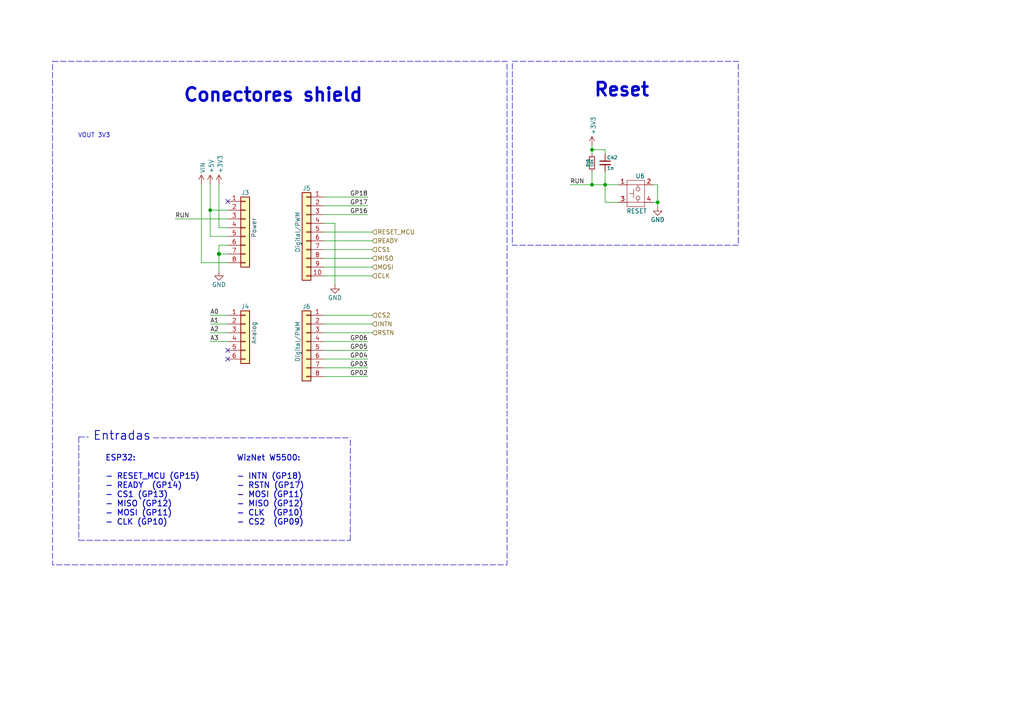
<source format=kicad_sch>
(kicad_sch
	(version 20231120)
	(generator "eeschema")
	(generator_version "8.0")
	(uuid "f31f260a-be74-46cc-bfc0-9a14c7ead343")
	(paper "A4")
	(lib_symbols
		(symbol "Connector_Generic:Conn_01x06"
			(pin_names
				(offset 1.016) hide)
			(exclude_from_sim no)
			(in_bom yes)
			(on_board yes)
			(property "Reference" "J"
				(at 0 7.62 0)
				(effects
					(font
						(size 1.27 1.27)
					)
				)
			)
			(property "Value" "Conn_01x06"
				(at 0 -10.16 0)
				(effects
					(font
						(size 1.27 1.27)
					)
				)
			)
			(property "Footprint" ""
				(at 0 0 0)
				(effects
					(font
						(size 1.27 1.27)
					)
					(hide yes)
				)
			)
			(property "Datasheet" "~"
				(at 0 0 0)
				(effects
					(font
						(size 1.27 1.27)
					)
					(hide yes)
				)
			)
			(property "Description" "Generic connector, single row, 01x06, script generated (kicad-library-utils/schlib/autogen/connector/)"
				(at 0 0 0)
				(effects
					(font
						(size 1.27 1.27)
					)
					(hide yes)
				)
			)
			(property "ki_keywords" "connector"
				(at 0 0 0)
				(effects
					(font
						(size 1.27 1.27)
					)
					(hide yes)
				)
			)
			(property "ki_fp_filters" "Connector*:*_1x??_*"
				(at 0 0 0)
				(effects
					(font
						(size 1.27 1.27)
					)
					(hide yes)
				)
			)
			(symbol "Conn_01x06_1_1"
				(rectangle
					(start -1.27 -7.493)
					(end 0 -7.747)
					(stroke
						(width 0.1524)
						(type default)
					)
					(fill
						(type none)
					)
				)
				(rectangle
					(start -1.27 -4.953)
					(end 0 -5.207)
					(stroke
						(width 0.1524)
						(type default)
					)
					(fill
						(type none)
					)
				)
				(rectangle
					(start -1.27 -2.413)
					(end 0 -2.667)
					(stroke
						(width 0.1524)
						(type default)
					)
					(fill
						(type none)
					)
				)
				(rectangle
					(start -1.27 0.127)
					(end 0 -0.127)
					(stroke
						(width 0.1524)
						(type default)
					)
					(fill
						(type none)
					)
				)
				(rectangle
					(start -1.27 2.667)
					(end 0 2.413)
					(stroke
						(width 0.1524)
						(type default)
					)
					(fill
						(type none)
					)
				)
				(rectangle
					(start -1.27 5.207)
					(end 0 4.953)
					(stroke
						(width 0.1524)
						(type default)
					)
					(fill
						(type none)
					)
				)
				(rectangle
					(start -1.27 6.35)
					(end 1.27 -8.89)
					(stroke
						(width 0.254)
						(type default)
					)
					(fill
						(type background)
					)
				)
				(pin passive line
					(at -5.08 5.08 0)
					(length 3.81)
					(name "Pin_1"
						(effects
							(font
								(size 1.27 1.27)
							)
						)
					)
					(number "1"
						(effects
							(font
								(size 1.27 1.27)
							)
						)
					)
				)
				(pin passive line
					(at -5.08 2.54 0)
					(length 3.81)
					(name "Pin_2"
						(effects
							(font
								(size 1.27 1.27)
							)
						)
					)
					(number "2"
						(effects
							(font
								(size 1.27 1.27)
							)
						)
					)
				)
				(pin passive line
					(at -5.08 0 0)
					(length 3.81)
					(name "Pin_3"
						(effects
							(font
								(size 1.27 1.27)
							)
						)
					)
					(number "3"
						(effects
							(font
								(size 1.27 1.27)
							)
						)
					)
				)
				(pin passive line
					(at -5.08 -2.54 0)
					(length 3.81)
					(name "Pin_4"
						(effects
							(font
								(size 1.27 1.27)
							)
						)
					)
					(number "4"
						(effects
							(font
								(size 1.27 1.27)
							)
						)
					)
				)
				(pin passive line
					(at -5.08 -5.08 0)
					(length 3.81)
					(name "Pin_5"
						(effects
							(font
								(size 1.27 1.27)
							)
						)
					)
					(number "5"
						(effects
							(font
								(size 1.27 1.27)
							)
						)
					)
				)
				(pin passive line
					(at -5.08 -7.62 0)
					(length 3.81)
					(name "Pin_6"
						(effects
							(font
								(size 1.27 1.27)
							)
						)
					)
					(number "6"
						(effects
							(font
								(size 1.27 1.27)
							)
						)
					)
				)
			)
		)
		(symbol "Connector_Generic:Conn_01x08"
			(pin_names
				(offset 1.016) hide)
			(exclude_from_sim no)
			(in_bom yes)
			(on_board yes)
			(property "Reference" "J"
				(at 0 10.16 0)
				(effects
					(font
						(size 1.27 1.27)
					)
				)
			)
			(property "Value" "Conn_01x08"
				(at 0 -12.7 0)
				(effects
					(font
						(size 1.27 1.27)
					)
				)
			)
			(property "Footprint" ""
				(at 0 0 0)
				(effects
					(font
						(size 1.27 1.27)
					)
					(hide yes)
				)
			)
			(property "Datasheet" "~"
				(at 0 0 0)
				(effects
					(font
						(size 1.27 1.27)
					)
					(hide yes)
				)
			)
			(property "Description" "Generic connector, single row, 01x08, script generated (kicad-library-utils/schlib/autogen/connector/)"
				(at 0 0 0)
				(effects
					(font
						(size 1.27 1.27)
					)
					(hide yes)
				)
			)
			(property "ki_keywords" "connector"
				(at 0 0 0)
				(effects
					(font
						(size 1.27 1.27)
					)
					(hide yes)
				)
			)
			(property "ki_fp_filters" "Connector*:*_1x??_*"
				(at 0 0 0)
				(effects
					(font
						(size 1.27 1.27)
					)
					(hide yes)
				)
			)
			(symbol "Conn_01x08_1_1"
				(rectangle
					(start -1.27 -10.033)
					(end 0 -10.287)
					(stroke
						(width 0.1524)
						(type default)
					)
					(fill
						(type none)
					)
				)
				(rectangle
					(start -1.27 -7.493)
					(end 0 -7.747)
					(stroke
						(width 0.1524)
						(type default)
					)
					(fill
						(type none)
					)
				)
				(rectangle
					(start -1.27 -4.953)
					(end 0 -5.207)
					(stroke
						(width 0.1524)
						(type default)
					)
					(fill
						(type none)
					)
				)
				(rectangle
					(start -1.27 -2.413)
					(end 0 -2.667)
					(stroke
						(width 0.1524)
						(type default)
					)
					(fill
						(type none)
					)
				)
				(rectangle
					(start -1.27 0.127)
					(end 0 -0.127)
					(stroke
						(width 0.1524)
						(type default)
					)
					(fill
						(type none)
					)
				)
				(rectangle
					(start -1.27 2.667)
					(end 0 2.413)
					(stroke
						(width 0.1524)
						(type default)
					)
					(fill
						(type none)
					)
				)
				(rectangle
					(start -1.27 5.207)
					(end 0 4.953)
					(stroke
						(width 0.1524)
						(type default)
					)
					(fill
						(type none)
					)
				)
				(rectangle
					(start -1.27 7.747)
					(end 0 7.493)
					(stroke
						(width 0.1524)
						(type default)
					)
					(fill
						(type none)
					)
				)
				(rectangle
					(start -1.27 8.89)
					(end 1.27 -11.43)
					(stroke
						(width 0.254)
						(type default)
					)
					(fill
						(type background)
					)
				)
				(pin passive line
					(at -5.08 7.62 0)
					(length 3.81)
					(name "Pin_1"
						(effects
							(font
								(size 1.27 1.27)
							)
						)
					)
					(number "1"
						(effects
							(font
								(size 1.27 1.27)
							)
						)
					)
				)
				(pin passive line
					(at -5.08 5.08 0)
					(length 3.81)
					(name "Pin_2"
						(effects
							(font
								(size 1.27 1.27)
							)
						)
					)
					(number "2"
						(effects
							(font
								(size 1.27 1.27)
							)
						)
					)
				)
				(pin passive line
					(at -5.08 2.54 0)
					(length 3.81)
					(name "Pin_3"
						(effects
							(font
								(size 1.27 1.27)
							)
						)
					)
					(number "3"
						(effects
							(font
								(size 1.27 1.27)
							)
						)
					)
				)
				(pin passive line
					(at -5.08 0 0)
					(length 3.81)
					(name "Pin_4"
						(effects
							(font
								(size 1.27 1.27)
							)
						)
					)
					(number "4"
						(effects
							(font
								(size 1.27 1.27)
							)
						)
					)
				)
				(pin passive line
					(at -5.08 -2.54 0)
					(length 3.81)
					(name "Pin_5"
						(effects
							(font
								(size 1.27 1.27)
							)
						)
					)
					(number "5"
						(effects
							(font
								(size 1.27 1.27)
							)
						)
					)
				)
				(pin passive line
					(at -5.08 -5.08 0)
					(length 3.81)
					(name "Pin_6"
						(effects
							(font
								(size 1.27 1.27)
							)
						)
					)
					(number "6"
						(effects
							(font
								(size 1.27 1.27)
							)
						)
					)
				)
				(pin passive line
					(at -5.08 -7.62 0)
					(length 3.81)
					(name "Pin_7"
						(effects
							(font
								(size 1.27 1.27)
							)
						)
					)
					(number "7"
						(effects
							(font
								(size 1.27 1.27)
							)
						)
					)
				)
				(pin passive line
					(at -5.08 -10.16 0)
					(length 3.81)
					(name "Pin_8"
						(effects
							(font
								(size 1.27 1.27)
							)
						)
					)
					(number "8"
						(effects
							(font
								(size 1.27 1.27)
							)
						)
					)
				)
			)
		)
		(symbol "Connector_Generic:Conn_01x10"
			(pin_names
				(offset 1.016) hide)
			(exclude_from_sim no)
			(in_bom yes)
			(on_board yes)
			(property "Reference" "J"
				(at 0 12.7 0)
				(effects
					(font
						(size 1.27 1.27)
					)
				)
			)
			(property "Value" "Conn_01x10"
				(at 0 -15.24 0)
				(effects
					(font
						(size 1.27 1.27)
					)
				)
			)
			(property "Footprint" ""
				(at 0 0 0)
				(effects
					(font
						(size 1.27 1.27)
					)
					(hide yes)
				)
			)
			(property "Datasheet" "~"
				(at 0 0 0)
				(effects
					(font
						(size 1.27 1.27)
					)
					(hide yes)
				)
			)
			(property "Description" "Generic connector, single row, 01x10, script generated (kicad-library-utils/schlib/autogen/connector/)"
				(at 0 0 0)
				(effects
					(font
						(size 1.27 1.27)
					)
					(hide yes)
				)
			)
			(property "ki_keywords" "connector"
				(at 0 0 0)
				(effects
					(font
						(size 1.27 1.27)
					)
					(hide yes)
				)
			)
			(property "ki_fp_filters" "Connector*:*_1x??_*"
				(at 0 0 0)
				(effects
					(font
						(size 1.27 1.27)
					)
					(hide yes)
				)
			)
			(symbol "Conn_01x10_1_1"
				(rectangle
					(start -1.27 -12.573)
					(end 0 -12.827)
					(stroke
						(width 0.1524)
						(type default)
					)
					(fill
						(type none)
					)
				)
				(rectangle
					(start -1.27 -10.033)
					(end 0 -10.287)
					(stroke
						(width 0.1524)
						(type default)
					)
					(fill
						(type none)
					)
				)
				(rectangle
					(start -1.27 -7.493)
					(end 0 -7.747)
					(stroke
						(width 0.1524)
						(type default)
					)
					(fill
						(type none)
					)
				)
				(rectangle
					(start -1.27 -4.953)
					(end 0 -5.207)
					(stroke
						(width 0.1524)
						(type default)
					)
					(fill
						(type none)
					)
				)
				(rectangle
					(start -1.27 -2.413)
					(end 0 -2.667)
					(stroke
						(width 0.1524)
						(type default)
					)
					(fill
						(type none)
					)
				)
				(rectangle
					(start -1.27 0.127)
					(end 0 -0.127)
					(stroke
						(width 0.1524)
						(type default)
					)
					(fill
						(type none)
					)
				)
				(rectangle
					(start -1.27 2.667)
					(end 0 2.413)
					(stroke
						(width 0.1524)
						(type default)
					)
					(fill
						(type none)
					)
				)
				(rectangle
					(start -1.27 5.207)
					(end 0 4.953)
					(stroke
						(width 0.1524)
						(type default)
					)
					(fill
						(type none)
					)
				)
				(rectangle
					(start -1.27 7.747)
					(end 0 7.493)
					(stroke
						(width 0.1524)
						(type default)
					)
					(fill
						(type none)
					)
				)
				(rectangle
					(start -1.27 10.287)
					(end 0 10.033)
					(stroke
						(width 0.1524)
						(type default)
					)
					(fill
						(type none)
					)
				)
				(rectangle
					(start -1.27 11.43)
					(end 1.27 -13.97)
					(stroke
						(width 0.254)
						(type default)
					)
					(fill
						(type background)
					)
				)
				(pin passive line
					(at -5.08 10.16 0)
					(length 3.81)
					(name "Pin_1"
						(effects
							(font
								(size 1.27 1.27)
							)
						)
					)
					(number "1"
						(effects
							(font
								(size 1.27 1.27)
							)
						)
					)
				)
				(pin passive line
					(at -5.08 -12.7 0)
					(length 3.81)
					(name "Pin_10"
						(effects
							(font
								(size 1.27 1.27)
							)
						)
					)
					(number "10"
						(effects
							(font
								(size 1.27 1.27)
							)
						)
					)
				)
				(pin passive line
					(at -5.08 7.62 0)
					(length 3.81)
					(name "Pin_2"
						(effects
							(font
								(size 1.27 1.27)
							)
						)
					)
					(number "2"
						(effects
							(font
								(size 1.27 1.27)
							)
						)
					)
				)
				(pin passive line
					(at -5.08 5.08 0)
					(length 3.81)
					(name "Pin_3"
						(effects
							(font
								(size 1.27 1.27)
							)
						)
					)
					(number "3"
						(effects
							(font
								(size 1.27 1.27)
							)
						)
					)
				)
				(pin passive line
					(at -5.08 2.54 0)
					(length 3.81)
					(name "Pin_4"
						(effects
							(font
								(size 1.27 1.27)
							)
						)
					)
					(number "4"
						(effects
							(font
								(size 1.27 1.27)
							)
						)
					)
				)
				(pin passive line
					(at -5.08 0 0)
					(length 3.81)
					(name "Pin_5"
						(effects
							(font
								(size 1.27 1.27)
							)
						)
					)
					(number "5"
						(effects
							(font
								(size 1.27 1.27)
							)
						)
					)
				)
				(pin passive line
					(at -5.08 -2.54 0)
					(length 3.81)
					(name "Pin_6"
						(effects
							(font
								(size 1.27 1.27)
							)
						)
					)
					(number "6"
						(effects
							(font
								(size 1.27 1.27)
							)
						)
					)
				)
				(pin passive line
					(at -5.08 -5.08 0)
					(length 3.81)
					(name "Pin_7"
						(effects
							(font
								(size 1.27 1.27)
							)
						)
					)
					(number "7"
						(effects
							(font
								(size 1.27 1.27)
							)
						)
					)
				)
				(pin passive line
					(at -5.08 -7.62 0)
					(length 3.81)
					(name "Pin_8"
						(effects
							(font
								(size 1.27 1.27)
							)
						)
					)
					(number "8"
						(effects
							(font
								(size 1.27 1.27)
							)
						)
					)
				)
				(pin passive line
					(at -5.08 -10.16 0)
					(length 3.81)
					(name "Pin_9"
						(effects
							(font
								(size 1.27 1.27)
							)
						)
					)
					(number "9"
						(effects
							(font
								(size 1.27 1.27)
							)
						)
					)
				)
			)
		)
		(symbol "Device:C_Small"
			(pin_numbers hide)
			(pin_names
				(offset 0.254) hide)
			(exclude_from_sim no)
			(in_bom yes)
			(on_board yes)
			(property "Reference" "C"
				(at 0.254 1.778 0)
				(effects
					(font
						(size 1.27 1.27)
					)
					(justify left)
				)
			)
			(property "Value" "C_Small"
				(at 0.254 -2.032 0)
				(effects
					(font
						(size 1.27 1.27)
					)
					(justify left)
				)
			)
			(property "Footprint" ""
				(at 0 0 0)
				(effects
					(font
						(size 1.27 1.27)
					)
					(hide yes)
				)
			)
			(property "Datasheet" "~"
				(at 0 0 0)
				(effects
					(font
						(size 1.27 1.27)
					)
					(hide yes)
				)
			)
			(property "Description" "Unpolarized capacitor, small symbol"
				(at 0 0 0)
				(effects
					(font
						(size 1.27 1.27)
					)
					(hide yes)
				)
			)
			(property "ki_keywords" "capacitor cap"
				(at 0 0 0)
				(effects
					(font
						(size 1.27 1.27)
					)
					(hide yes)
				)
			)
			(property "ki_fp_filters" "C_*"
				(at 0 0 0)
				(effects
					(font
						(size 1.27 1.27)
					)
					(hide yes)
				)
			)
			(symbol "C_Small_0_1"
				(polyline
					(pts
						(xy -1.524 -0.508) (xy 1.524 -0.508)
					)
					(stroke
						(width 0.3302)
						(type default)
					)
					(fill
						(type none)
					)
				)
				(polyline
					(pts
						(xy -1.524 0.508) (xy 1.524 0.508)
					)
					(stroke
						(width 0.3048)
						(type default)
					)
					(fill
						(type none)
					)
				)
			)
			(symbol "C_Small_1_1"
				(pin passive line
					(at 0 2.54 270)
					(length 2.032)
					(name "~"
						(effects
							(font
								(size 1.27 1.27)
							)
						)
					)
					(number "1"
						(effects
							(font
								(size 1.27 1.27)
							)
						)
					)
				)
				(pin passive line
					(at 0 -2.54 90)
					(length 2.032)
					(name "~"
						(effects
							(font
								(size 1.27 1.27)
							)
						)
					)
					(number "2"
						(effects
							(font
								(size 1.27 1.27)
							)
						)
					)
				)
			)
		)
		(symbol "Device:R_Small"
			(pin_numbers hide)
			(pin_names
				(offset 0.254) hide)
			(exclude_from_sim no)
			(in_bom yes)
			(on_board yes)
			(property "Reference" "R"
				(at 0.762 0.508 0)
				(effects
					(font
						(size 1.27 1.27)
					)
					(justify left)
				)
			)
			(property "Value" "R_Small"
				(at 0.762 -1.016 0)
				(effects
					(font
						(size 1.27 1.27)
					)
					(justify left)
				)
			)
			(property "Footprint" ""
				(at 0 0 0)
				(effects
					(font
						(size 1.27 1.27)
					)
					(hide yes)
				)
			)
			(property "Datasheet" "~"
				(at 0 0 0)
				(effects
					(font
						(size 1.27 1.27)
					)
					(hide yes)
				)
			)
			(property "Description" "Resistor, small symbol"
				(at 0 0 0)
				(effects
					(font
						(size 1.27 1.27)
					)
					(hide yes)
				)
			)
			(property "ki_keywords" "R resistor"
				(at 0 0 0)
				(effects
					(font
						(size 1.27 1.27)
					)
					(hide yes)
				)
			)
			(property "ki_fp_filters" "R_*"
				(at 0 0 0)
				(effects
					(font
						(size 1.27 1.27)
					)
					(hide yes)
				)
			)
			(symbol "R_Small_0_1"
				(rectangle
					(start -0.762 1.778)
					(end 0.762 -1.778)
					(stroke
						(width 0.2032)
						(type default)
					)
					(fill
						(type none)
					)
				)
			)
			(symbol "R_Small_1_1"
				(pin passive line
					(at 0 2.54 270)
					(length 0.762)
					(name "~"
						(effects
							(font
								(size 1.27 1.27)
							)
						)
					)
					(number "1"
						(effects
							(font
								(size 1.27 1.27)
							)
						)
					)
				)
				(pin passive line
					(at 0 -2.54 90)
					(length 0.762)
					(name "~"
						(effects
							(font
								(size 1.27 1.27)
							)
						)
					)
					(number "2"
						(effects
							(font
								(size 1.27 1.27)
							)
						)
					)
				)
			)
		)
		(symbol "Newsanlib:PTS645SM43SMTR92LFS"
			(pin_names
				(offset 0.254)
			)
			(exclude_from_sim no)
			(in_bom yes)
			(on_board yes)
			(property "Reference" "U"
				(at 5.08 5.08 0)
				(effects
					(font
						(size 1.27 1.27)
					)
				)
			)
			(property "Value" "PTS645SM43SMTR92LFS"
				(at 5.334 3.048 0)
				(effects
					(font
						(size 1.27 1.27)
					)
				)
			)
			(property "Footprint" "Newsanlib:SWITCH_43SMTR92LFS"
				(at 5.588 -2.286 0)
				(effects
					(font
						(size 1.27 1.27)
						(italic yes)
					)
					(hide yes)
				)
			)
			(property "Datasheet" "PTS645SM43SMTR92LFS"
				(at 5.08 -2.286 0)
				(effects
					(font
						(size 1.27 1.27)
						(italic yes)
					)
					(hide yes)
				)
			)
			(property "Description" ""
				(at 0 1.27 0)
				(effects
					(font
						(size 1.27 1.27)
					)
					(hide yes)
				)
			)
			(property "ki_keywords" "PTS645SM43SMTR92LFS"
				(at 0 0 0)
				(effects
					(font
						(size 1.27 1.27)
					)
					(hide yes)
				)
			)
			(property "ki_fp_filters" "SWITCH_43SMTR92LFS"
				(at 0 0 0)
				(effects
					(font
						(size 1.27 1.27)
					)
					(hide yes)
				)
			)
			(symbol "PTS645SM43SMTR92LFS_0_1"
				(polyline
					(pts
						(xy 2.54 -6.35) (xy 7.62 -6.35)
					)
					(stroke
						(width 0.127)
						(type default)
					)
					(fill
						(type none)
					)
				)
				(polyline
					(pts
						(xy 2.54 -5.08) (xy 7.62 -5.08)
					)
					(stroke
						(width 0.127)
						(type default)
					)
					(fill
						(type none)
					)
				)
				(polyline
					(pts
						(xy 2.54 0) (xy 7.62 0)
					)
					(stroke
						(width 0.127)
						(type default)
					)
					(fill
						(type none)
					)
				)
				(polyline
					(pts
						(xy 2.54 1.27) (xy 2.54 -6.35)
					)
					(stroke
						(width 0.127)
						(type default)
					)
					(fill
						(type none)
					)
				)
				(polyline
					(pts
						(xy 3.175 -2.54) (xy 4.445 -2.54)
					)
					(stroke
						(width 0.127)
						(type default)
					)
					(fill
						(type none)
					)
				)
				(polyline
					(pts
						(xy 4.445 -3.81) (xy 4.445 -1.27)
					)
					(stroke
						(width 0.127)
						(type default)
					)
					(fill
						(type none)
					)
				)
				(polyline
					(pts
						(xy 5.715 -5.08) (xy 5.715 -4.445)
					)
					(stroke
						(width 0.127)
						(type default)
					)
					(fill
						(type none)
					)
				)
				(polyline
					(pts
						(xy 5.715 0) (xy 5.715 -0.635)
					)
					(stroke
						(width 0.127)
						(type default)
					)
					(fill
						(type none)
					)
				)
				(polyline
					(pts
						(xy 7.62 -6.35) (xy 7.62 1.27)
					)
					(stroke
						(width 0.127)
						(type default)
					)
					(fill
						(type none)
					)
				)
				(polyline
					(pts
						(xy 7.62 1.27) (xy 2.54 1.27)
					)
					(stroke
						(width 0.127)
						(type default)
					)
					(fill
						(type none)
					)
				)
				(circle
					(center 5.715 -3.81)
					(radius 0.5588)
					(stroke
						(width 0.127)
						(type default)
					)
					(fill
						(type none)
					)
				)
				(circle
					(center 5.715 -1.27)
					(radius 0.5588)
					(stroke
						(width 0.127)
						(type default)
					)
					(fill
						(type none)
					)
				)
			)
			(symbol "PTS645SM43SMTR92LFS_1_1"
				(pin passive line
					(at 0 0 0)
					(length 2.54)
					(name ""
						(effects
							(font
								(size 1.27 1.27)
							)
						)
					)
					(number "1"
						(effects
							(font
								(size 1.27 1.27)
							)
						)
					)
				)
				(pin passive line
					(at 10.16 0 180)
					(length 2.54)
					(name ""
						(effects
							(font
								(size 1.27 1.27)
							)
						)
					)
					(number "2"
						(effects
							(font
								(size 1.27 1.27)
							)
						)
					)
				)
				(pin passive line
					(at 0 -5.08 0)
					(length 2.54)
					(name ""
						(effects
							(font
								(size 1.27 1.27)
							)
						)
					)
					(number "3"
						(effects
							(font
								(size 1.27 1.27)
							)
						)
					)
				)
				(pin passive line
					(at 10.16 -5.08 180)
					(length 2.54)
					(name ""
						(effects
							(font
								(size 1.27 1.27)
							)
						)
					)
					(number "4"
						(effects
							(font
								(size 1.27 1.27)
							)
						)
					)
				)
			)
		)
		(symbol "power:+3V3"
			(power)
			(pin_names
				(offset 0)
			)
			(exclude_from_sim no)
			(in_bom yes)
			(on_board yes)
			(property "Reference" "#PWR"
				(at 0 -3.81 0)
				(effects
					(font
						(size 1.27 1.27)
					)
					(hide yes)
				)
			)
			(property "Value" "+3V3"
				(at 0 3.556 0)
				(effects
					(font
						(size 1.27 1.27)
					)
				)
			)
			(property "Footprint" ""
				(at 0 0 0)
				(effects
					(font
						(size 1.27 1.27)
					)
					(hide yes)
				)
			)
			(property "Datasheet" ""
				(at 0 0 0)
				(effects
					(font
						(size 1.27 1.27)
					)
					(hide yes)
				)
			)
			(property "Description" "Power symbol creates a global label with name \"+3V3\""
				(at 0 0 0)
				(effects
					(font
						(size 1.27 1.27)
					)
					(hide yes)
				)
			)
			(property "ki_keywords" "power-flag"
				(at 0 0 0)
				(effects
					(font
						(size 1.27 1.27)
					)
					(hide yes)
				)
			)
			(symbol "+3V3_0_1"
				(polyline
					(pts
						(xy -0.762 1.27) (xy 0 2.54)
					)
					(stroke
						(width 0)
						(type default)
					)
					(fill
						(type none)
					)
				)
				(polyline
					(pts
						(xy 0 0) (xy 0 2.54)
					)
					(stroke
						(width 0)
						(type default)
					)
					(fill
						(type none)
					)
				)
				(polyline
					(pts
						(xy 0 2.54) (xy 0.762 1.27)
					)
					(stroke
						(width 0)
						(type default)
					)
					(fill
						(type none)
					)
				)
			)
			(symbol "+3V3_1_1"
				(pin power_in line
					(at 0 0 90)
					(length 0) hide
					(name "+3V3"
						(effects
							(font
								(size 1.27 1.27)
							)
						)
					)
					(number "1"
						(effects
							(font
								(size 1.27 1.27)
							)
						)
					)
				)
			)
		)
		(symbol "power:+5V"
			(power)
			(pin_names
				(offset 0)
			)
			(exclude_from_sim no)
			(in_bom yes)
			(on_board yes)
			(property "Reference" "#PWR"
				(at 0 -3.81 0)
				(effects
					(font
						(size 1.27 1.27)
					)
					(hide yes)
				)
			)
			(property "Value" "+5V"
				(at 0 3.556 0)
				(effects
					(font
						(size 1.27 1.27)
					)
				)
			)
			(property "Footprint" ""
				(at 0 0 0)
				(effects
					(font
						(size 1.27 1.27)
					)
					(hide yes)
				)
			)
			(property "Datasheet" ""
				(at 0 0 0)
				(effects
					(font
						(size 1.27 1.27)
					)
					(hide yes)
				)
			)
			(property "Description" "Power symbol creates a global label with name \"+5V\""
				(at 0 0 0)
				(effects
					(font
						(size 1.27 1.27)
					)
					(hide yes)
				)
			)
			(property "ki_keywords" "power-flag"
				(at 0 0 0)
				(effects
					(font
						(size 1.27 1.27)
					)
					(hide yes)
				)
			)
			(symbol "+5V_0_1"
				(polyline
					(pts
						(xy -0.762 1.27) (xy 0 2.54)
					)
					(stroke
						(width 0)
						(type default)
					)
					(fill
						(type none)
					)
				)
				(polyline
					(pts
						(xy 0 0) (xy 0 2.54)
					)
					(stroke
						(width 0)
						(type default)
					)
					(fill
						(type none)
					)
				)
				(polyline
					(pts
						(xy 0 2.54) (xy 0.762 1.27)
					)
					(stroke
						(width 0)
						(type default)
					)
					(fill
						(type none)
					)
				)
			)
			(symbol "+5V_1_1"
				(pin power_in line
					(at 0 0 90)
					(length 0) hide
					(name "+5V"
						(effects
							(font
								(size 1.27 1.27)
							)
						)
					)
					(number "1"
						(effects
							(font
								(size 1.27 1.27)
							)
						)
					)
				)
			)
		)
		(symbol "power:GND"
			(power)
			(pin_names
				(offset 0)
			)
			(exclude_from_sim no)
			(in_bom yes)
			(on_board yes)
			(property "Reference" "#PWR"
				(at 0 -6.35 0)
				(effects
					(font
						(size 1.27 1.27)
					)
					(hide yes)
				)
			)
			(property "Value" "GND"
				(at 0 -3.81 0)
				(effects
					(font
						(size 1.27 1.27)
					)
				)
			)
			(property "Footprint" ""
				(at 0 0 0)
				(effects
					(font
						(size 1.27 1.27)
					)
					(hide yes)
				)
			)
			(property "Datasheet" ""
				(at 0 0 0)
				(effects
					(font
						(size 1.27 1.27)
					)
					(hide yes)
				)
			)
			(property "Description" "Power symbol creates a global label with name \"GND\" , ground"
				(at 0 0 0)
				(effects
					(font
						(size 1.27 1.27)
					)
					(hide yes)
				)
			)
			(property "ki_keywords" "power-flag"
				(at 0 0 0)
				(effects
					(font
						(size 1.27 1.27)
					)
					(hide yes)
				)
			)
			(symbol "GND_0_1"
				(polyline
					(pts
						(xy 0 0) (xy 0 -1.27) (xy 1.27 -1.27) (xy 0 -2.54) (xy -1.27 -1.27) (xy 0 -1.27)
					)
					(stroke
						(width 0)
						(type default)
					)
					(fill
						(type none)
					)
				)
			)
			(symbol "GND_1_1"
				(pin power_in line
					(at 0 0 270)
					(length 0) hide
					(name "GND"
						(effects
							(font
								(size 1.27 1.27)
							)
						)
					)
					(number "1"
						(effects
							(font
								(size 1.27 1.27)
							)
						)
					)
				)
			)
		)
		(symbol "power:VCC"
			(power)
			(pin_names
				(offset 0)
			)
			(exclude_from_sim no)
			(in_bom yes)
			(on_board yes)
			(property "Reference" "#PWR"
				(at 0 -3.81 0)
				(effects
					(font
						(size 1.27 1.27)
					)
					(hide yes)
				)
			)
			(property "Value" "VCC"
				(at 0 3.81 0)
				(effects
					(font
						(size 1.27 1.27)
					)
				)
			)
			(property "Footprint" ""
				(at 0 0 0)
				(effects
					(font
						(size 1.27 1.27)
					)
					(hide yes)
				)
			)
			(property "Datasheet" ""
				(at 0 0 0)
				(effects
					(font
						(size 1.27 1.27)
					)
					(hide yes)
				)
			)
			(property "Description" "Power symbol creates a global label with name \"VCC\""
				(at 0 0 0)
				(effects
					(font
						(size 1.27 1.27)
					)
					(hide yes)
				)
			)
			(property "ki_keywords" "power-flag"
				(at 0 0 0)
				(effects
					(font
						(size 1.27 1.27)
					)
					(hide yes)
				)
			)
			(symbol "VCC_0_1"
				(polyline
					(pts
						(xy -0.762 1.27) (xy 0 2.54)
					)
					(stroke
						(width 0)
						(type default)
					)
					(fill
						(type none)
					)
				)
				(polyline
					(pts
						(xy 0 0) (xy 0 2.54)
					)
					(stroke
						(width 0)
						(type default)
					)
					(fill
						(type none)
					)
				)
				(polyline
					(pts
						(xy 0 2.54) (xy 0.762 1.27)
					)
					(stroke
						(width 0)
						(type default)
					)
					(fill
						(type none)
					)
				)
			)
			(symbol "VCC_1_1"
				(pin power_in line
					(at 0 0 90)
					(length 0) hide
					(name "VCC"
						(effects
							(font
								(size 1.27 1.27)
							)
						)
					)
					(number "1"
						(effects
							(font
								(size 1.27 1.27)
							)
						)
					)
				)
			)
		)
	)
	(junction
		(at 171.704 53.594)
		(diameter 0)
		(color 0 0 0 0)
		(uuid "4385e2ba-9ee1-4352-92a5-0ac98880884f")
	)
	(junction
		(at 175.514 53.594)
		(diameter 0)
		(color 0 0 0 0)
		(uuid "4642b896-a4f8-4243-8805-27d9776f73e7")
	)
	(junction
		(at 63.5 73.66)
		(diameter 1.016)
		(color 0 0 0 0)
		(uuid "4b51c007-cca6-4c64-8317-a48d81410612")
	)
	(junction
		(at 171.704 43.434)
		(diameter 0)
		(color 0 0 0 0)
		(uuid "4eead338-2736-4484-956e-375a3ee0c601")
	)
	(junction
		(at 60.96 60.96)
		(diameter 0)
		(color 0 0 0 0)
		(uuid "6e3d3063-896e-401b-b6ce-b27d6d307df1")
	)
	(junction
		(at 190.754 58.674)
		(diameter 0)
		(color 0 0 0 0)
		(uuid "abb37147-840c-46c5-ad35-996dc3c999e7")
	)
	(no_connect
		(at 66.04 104.14)
		(uuid "47d77f5f-5260-4b86-a7a4-a6eb0f2c9ad5")
	)
	(no_connect
		(at 66.04 101.6)
		(uuid "54d9eeed-55e7-42d6-8389-b221fea06092")
	)
	(no_connect
		(at 66.04 58.42)
		(uuid "88ebb736-7013-4c65-9688-2bebbcdcca4b")
	)
	(wire
		(pts
			(xy 93.98 99.06) (xy 106.68 99.06)
		)
		(stroke
			(width 0)
			(type solid)
		)
		(uuid "01037680-cefa-4bca-b517-135037635e33")
	)
	(wire
		(pts
			(xy 66.04 71.12) (xy 63.5 71.12)
		)
		(stroke
			(width 0)
			(type solid)
		)
		(uuid "103db91b-db44-4f53-99ef-0246b7e499c5")
	)
	(wire
		(pts
			(xy 93.98 93.98) (xy 107.95 93.98)
		)
		(stroke
			(width 0)
			(type solid)
		)
		(uuid "1af79fb0-01b7-4093-b711-429af6513803")
	)
	(wire
		(pts
			(xy 60.96 93.98) (xy 66.04 93.98)
		)
		(stroke
			(width 0)
			(type solid)
		)
		(uuid "20fe7afd-8cd4-4255-9c7c-d9d113130496")
	)
	(wire
		(pts
			(xy 60.96 91.44) (xy 66.04 91.44)
		)
		(stroke
			(width 0)
			(type solid)
		)
		(uuid "2605c62c-17e7-4c78-9246-549cbbbc5be0")
	)
	(wire
		(pts
			(xy 175.514 44.704) (xy 175.514 43.434)
		)
		(stroke
			(width 0)
			(type default)
		)
		(uuid "2a545351-521c-4e7d-9099-1249527038cf")
	)
	(wire
		(pts
			(xy 63.5 71.12) (xy 63.5 73.66)
		)
		(stroke
			(width 0)
			(type solid)
		)
		(uuid "2b812245-21fa-4a03-9ce7-a5aec3637fed")
	)
	(wire
		(pts
			(xy 165.354 53.594) (xy 171.704 53.594)
		)
		(stroke
			(width 0)
			(type default)
		)
		(uuid "32f371f9-6dbf-4e78-a912-3fcccd9c8163")
	)
	(wire
		(pts
			(xy 93.98 62.23) (xy 106.68 62.23)
		)
		(stroke
			(width 0)
			(type solid)
		)
		(uuid "3deb8422-fb5d-459c-9d3e-e940d16ba084")
	)
	(wire
		(pts
			(xy 175.514 58.674) (xy 175.514 53.594)
		)
		(stroke
			(width 0)
			(type default)
		)
		(uuid "403e18ba-6238-489a-bec2-7323d9a18119")
	)
	(wire
		(pts
			(xy 63.5 73.66) (xy 63.5 78.74)
		)
		(stroke
			(width 0)
			(type solid)
		)
		(uuid "42b48bc0-2462-4976-b027-18f93d58e9e3")
	)
	(polyline
		(pts
			(xy 22.86 126.746) (xy 25.654 126.746)
		)
		(stroke
			(width 0.1524)
			(type dash)
		)
		(uuid "44d2a4bf-9342-4b10-8e32-cf8089a45e83")
	)
	(polyline
		(pts
			(xy 22.86 156.718) (xy 101.6 156.718)
		)
		(stroke
			(width 0.1524)
			(type dash)
		)
		(uuid "4634abbb-0c0d-4a9c-a1aa-aa3c33e3e379")
	)
	(wire
		(pts
			(xy 93.98 109.22) (xy 106.68 109.22)
		)
		(stroke
			(width 0)
			(type solid)
		)
		(uuid "46d010c1-8d50-494e-8fa1-963c4b80119e")
	)
	(wire
		(pts
			(xy 93.98 67.31) (xy 107.95 67.31)
		)
		(stroke
			(width 0)
			(type solid)
		)
		(uuid "4ad46b23-dff7-4f0e-a9cb-bded3866dea3")
	)
	(wire
		(pts
			(xy 60.96 53.34) (xy 60.96 60.96)
		)
		(stroke
			(width 0)
			(type solid)
		)
		(uuid "4b8814e9-cd13-4219-80b2-e5f5207510f2")
	)
	(wire
		(pts
			(xy 171.704 43.434) (xy 171.704 44.704)
		)
		(stroke
			(width 0)
			(type default)
		)
		(uuid "4cf88cc4-43db-4bda-a87c-a8408d6e9bf6")
	)
	(wire
		(pts
			(xy 93.98 57.15) (xy 106.68 57.15)
		)
		(stroke
			(width 0)
			(type solid)
		)
		(uuid "4e586051-c8c6-44bf-90da-b7cd59fa0a42")
	)
	(wire
		(pts
			(xy 179.324 53.594) (xy 175.514 53.594)
		)
		(stroke
			(width 0)
			(type default)
		)
		(uuid "52003226-9b5b-4ff1-a111-3799e897eb27")
	)
	(wire
		(pts
			(xy 93.98 59.69) (xy 106.68 59.69)
		)
		(stroke
			(width 0)
			(type solid)
		)
		(uuid "62408af9-85d4-4538-9f0a-d8a4fc8f88cf")
	)
	(polyline
		(pts
			(xy 22.86 126.746) (xy 22.86 156.718)
		)
		(stroke
			(width 0.1524)
			(type dash)
		)
		(uuid "681583fe-9e18-4d0a-aa6c-7cb2b492919c")
	)
	(wire
		(pts
			(xy 171.704 53.594) (xy 175.514 53.594)
		)
		(stroke
			(width 0)
			(type default)
		)
		(uuid "6af3ef6a-a0e2-454c-af86-1f07545e34dc")
	)
	(polyline
		(pts
			(xy 44.45 127) (xy 101.6 127)
		)
		(stroke
			(width 0.1524)
			(type dash)
		)
		(uuid "6ddf7948-8d67-41bc-af0c-0f5499ba3ec7")
	)
	(wire
		(pts
			(xy 97.155 64.77) (xy 97.155 82.55)
		)
		(stroke
			(width 0)
			(type solid)
		)
		(uuid "6dfcd203-7b0c-4b4e-8a28-fcf1e2832bfb")
	)
	(wire
		(pts
			(xy 93.98 91.44) (xy 107.95 91.44)
		)
		(stroke
			(width 0)
			(type solid)
		)
		(uuid "7632fc87-d429-49d7-9f96-589f56fb2418")
	)
	(wire
		(pts
			(xy 66.04 73.66) (xy 63.5 73.66)
		)
		(stroke
			(width 0)
			(type solid)
		)
		(uuid "77a50faf-a980-4a08-9906-fb556c4cc283")
	)
	(wire
		(pts
			(xy 93.98 74.93) (xy 107.95 74.93)
		)
		(stroke
			(width 0)
			(type solid)
		)
		(uuid "7b4a1c3b-ca48-41c0-8a55-ba6c1ad9c707")
	)
	(wire
		(pts
			(xy 93.98 96.52) (xy 107.95 96.52)
		)
		(stroke
			(width 0)
			(type solid)
		)
		(uuid "7eb00a01-1cd1-4741-9b2b-19de4f95c319")
	)
	(wire
		(pts
			(xy 93.98 80.01) (xy 107.95 80.01)
		)
		(stroke
			(width 0)
			(type solid)
		)
		(uuid "82f6d7ad-b395-4695-a291-8750f8367f60")
	)
	(wire
		(pts
			(xy 60.96 68.58) (xy 66.04 68.58)
		)
		(stroke
			(width 0)
			(type solid)
		)
		(uuid "833655d0-a0cd-4bb8-8c7d-f120b37a7789")
	)
	(wire
		(pts
			(xy 60.96 60.96) (xy 66.04 60.96)
		)
		(stroke
			(width 0)
			(type default)
		)
		(uuid "84483213-1061-4496-9fc7-1180f5fc69c6")
	)
	(wire
		(pts
			(xy 190.754 53.594) (xy 190.754 58.674)
		)
		(stroke
			(width 0)
			(type default)
		)
		(uuid "88ca40bf-7c48-4e1a-86c2-bf1e2e22e194")
	)
	(wire
		(pts
			(xy 93.98 77.47) (xy 107.95 77.47)
		)
		(stroke
			(width 0)
			(type solid)
		)
		(uuid "8b04c751-25ea-40aa-b604-0395060b8235")
	)
	(wire
		(pts
			(xy 63.5 66.04) (xy 66.04 66.04)
		)
		(stroke
			(width 0)
			(type solid)
		)
		(uuid "8c8b979a-2504-4f8a-aa6d-4dc6ddcd75c0")
	)
	(wire
		(pts
			(xy 93.98 64.77) (xy 97.155 64.77)
		)
		(stroke
			(width 0)
			(type solid)
		)
		(uuid "8f6eed6b-cb1d-4d05-9d8d-fc99471b1444")
	)
	(wire
		(pts
			(xy 93.98 72.39) (xy 107.95 72.39)
		)
		(stroke
			(width 0)
			(type solid)
		)
		(uuid "94c69aac-4165-4293-b7e6-571e4eb3534f")
	)
	(wire
		(pts
			(xy 93.98 104.14) (xy 106.68 104.14)
		)
		(stroke
			(width 0)
			(type solid)
		)
		(uuid "992d2da7-a62b-4d5a-8aa3-0c0792151798")
	)
	(wire
		(pts
			(xy 175.514 43.434) (xy 171.704 43.434)
		)
		(stroke
			(width 0)
			(type default)
		)
		(uuid "9985467d-65e0-4266-b4d0-93bcb369625d")
	)
	(wire
		(pts
			(xy 66.04 76.2) (xy 58.42 76.2)
		)
		(stroke
			(width 0)
			(type solid)
		)
		(uuid "9b0e28f8-52dd-403f-b929-ecb0f045252e")
	)
	(wire
		(pts
			(xy 60.96 60.96) (xy 60.96 68.58)
		)
		(stroke
			(width 0)
			(type solid)
		)
		(uuid "a83ed8b1-40e8-4658-8fd7-d140eca2d22f")
	)
	(wire
		(pts
			(xy 63.5 53.34) (xy 63.5 66.04)
		)
		(stroke
			(width 0)
			(type solid)
		)
		(uuid "b6279c9f-02a8-4b80-bc89-12389f0ee404")
	)
	(wire
		(pts
			(xy 58.42 53.34) (xy 58.42 76.2)
		)
		(stroke
			(width 0)
			(type solid)
		)
		(uuid "b7e2b720-526b-4e01-916e-0ad573d4befb")
	)
	(wire
		(pts
			(xy 189.484 53.594) (xy 190.754 53.594)
		)
		(stroke
			(width 0)
			(type default)
		)
		(uuid "bdde2d2a-c5bb-4b94-ad43-cecf4aac17f3")
	)
	(wire
		(pts
			(xy 66.04 96.52) (xy 60.96 96.52)
		)
		(stroke
			(width 0)
			(type solid)
		)
		(uuid "c0f0363d-a641-43a4-a3af-8f490bf2ed02")
	)
	(polyline
		(pts
			(xy 101.6 156.718) (xy 101.6 127)
		)
		(stroke
			(width 0.1524)
			(type dash)
		)
		(uuid "c11a2e5d-03ea-4015-a91f-9f233e523014")
	)
	(wire
		(pts
			(xy 93.98 101.6) (xy 106.68 101.6)
		)
		(stroke
			(width 0)
			(type solid)
		)
		(uuid "c394cbba-e7a2-4b47-b454-b0b3e81808f9")
	)
	(wire
		(pts
			(xy 190.754 58.674) (xy 190.754 59.944)
		)
		(stroke
			(width 0)
			(type default)
		)
		(uuid "d25f0476-2585-40fa-8de2-bb4be916fa4a")
	)
	(wire
		(pts
			(xy 171.704 49.784) (xy 171.704 53.594)
		)
		(stroke
			(width 0)
			(type default)
		)
		(uuid "d2b8aeef-3b61-4489-b17b-15bd668716cc")
	)
	(wire
		(pts
			(xy 60.96 99.06) (xy 66.04 99.06)
		)
		(stroke
			(width 0)
			(type solid)
		)
		(uuid "da417a37-4a8b-45ef-9dbb-d13baf9fa0e0")
	)
	(wire
		(pts
			(xy 179.324 58.674) (xy 175.514 58.674)
		)
		(stroke
			(width 0)
			(type default)
		)
		(uuid "de58d4d2-a664-48f7-a983-3f01e070e010")
	)
	(wire
		(pts
			(xy 93.98 106.68) (xy 106.68 106.68)
		)
		(stroke
			(width 0)
			(type solid)
		)
		(uuid "dfd42c86-6e89-462c-a61b-45d23b871cf9")
	)
	(wire
		(pts
			(xy 171.704 42.164) (xy 171.704 43.434)
		)
		(stroke
			(width 0)
			(type default)
		)
		(uuid "e327d720-6893-4a06-8e90-20c45ef324be")
	)
	(wire
		(pts
			(xy 189.484 58.674) (xy 190.754 58.674)
		)
		(stroke
			(width 0)
			(type default)
		)
		(uuid "e420e960-5614-45bb-90e3-d066618efa08")
	)
	(wire
		(pts
			(xy 50.8 63.5) (xy 66.04 63.5)
		)
		(stroke
			(width 0)
			(type solid)
		)
		(uuid "e7e1b6eb-ad63-4c45-8d19-a674a287bac9")
	)
	(wire
		(pts
			(xy 93.98 69.85) (xy 107.95 69.85)
		)
		(stroke
			(width 0)
			(type solid)
		)
		(uuid "e936985f-eebf-4614-8d0f-045219bcd57d")
	)
	(wire
		(pts
			(xy 175.514 53.594) (xy 175.514 49.784)
		)
		(stroke
			(width 0)
			(type default)
		)
		(uuid "f53db9de-1ba9-4664-9650-5e5b1d6b1647")
	)
	(rectangle
		(start 15.24 17.78)
		(end 147.066 163.83)
		(stroke
			(width 0)
			(type dash)
		)
		(fill
			(type none)
		)
		(uuid 0330a024-3e3e-4c16-9a23-5f9a33d667f1)
	)
	(rectangle
		(start 148.59 17.78)
		(end 214.122 71.12)
		(stroke
			(width 0)
			(type dash)
		)
		(fill
			(type none)
		)
		(uuid 7e7e3001-3599-4f20-b570-91bd5af8f1b0)
	)
	(text "WizNet W5500:\n\n- INTN (GP18)\n- RSTN (GP17)\n- MOSI (GP11)\n- MISO (GP12)\n- CLK  (GP10)\n- CS2  (GP09)"
		(exclude_from_sim no)
		(at 68.58 142.24 0)
		(effects
			(font
				(size 1.651 1.651)
				(thickness 0.254)
				(bold yes)
			)
			(justify left)
		)
		(uuid "20ff8d99-164b-47b4-9f0a-76e5cf413908")
	)
	(text "Reset"
		(exclude_from_sim no)
		(at 180.34 26.162 0)
		(effects
			(font
				(size 3.81 3.81)
				(thickness 0.762)
				(bold yes)
			)
		)
		(uuid "57930c7a-9c6d-4bc4-b0c0-543b66957bff")
	)
	(text "ESP32:\n\n- RESET_MCU (GP15) \n- READY  (GP14)\n- CS1 (GP13)\n- MISO (GP12)\n- MOSI (GP11)\n- CLK (GP10)"
		(exclude_from_sim no)
		(at 30.48 142.24 0)
		(effects
			(font
				(size 1.651 1.651)
				(thickness 0.254)
				(bold yes)
			)
			(justify left)
		)
		(uuid "7c5d3578-4944-4f3d-ba63-c17a3c26dcb5")
	)
	(text "Entradas"
		(exclude_from_sim no)
		(at 26.924 126.492 0)
		(effects
			(font
				(size 2.54 2.54)
				(thickness 0.254)
				(bold yes)
			)
			(justify left)
		)
		(uuid "b4bb74e1-0992-491f-b95b-c3f9c74e9404")
	)
	(text "Conectores shield"
		(exclude_from_sim no)
		(at 79.248 27.686 0)
		(effects
			(font
				(size 3.81 3.81)
				(thickness 0.762)
				(bold yes)
			)
		)
		(uuid "c2d17ff2-8449-48e4-81e8-e0d4077967a4")
	)
	(text "VOUT 3V3"
		(exclude_from_sim no)
		(at 27.305 39.37 0)
		(effects
			(font
				(size 1.27 1.27)
			)
		)
		(uuid "e542707b-e2af-4321-a34a-72c64ddd3280")
	)
	(label "GP16"
		(at 106.68 62.23 180)
		(fields_autoplaced yes)
		(effects
			(font
				(size 1.27 1.27)
			)
			(justify right bottom)
		)
		(uuid "0762fd8b-aaa8-4853-a40d-032679dec937")
	)
	(label "GP02"
		(at 106.68 109.22 180)
		(fields_autoplaced yes)
		(effects
			(font
				(size 1.27 1.27)
			)
			(justify right bottom)
		)
		(uuid "1a5d8242-21d2-4df0-985d-6c235218d709")
	)
	(label "RUN"
		(at 50.8 63.5 0)
		(fields_autoplaced yes)
		(effects
			(font
				(size 1.27 1.27)
			)
			(justify left bottom)
		)
		(uuid "28210aba-b3d7-4985-bffb-3a377fec4053")
	)
	(label "GP06"
		(at 106.68 99.06 180)
		(fields_autoplaced yes)
		(effects
			(font
				(size 1.27 1.27)
			)
			(justify right bottom)
		)
		(uuid "322ffc25-d230-4236-ba2f-31476d7d642c")
	)
	(label "RUN"
		(at 165.354 53.594 0)
		(fields_autoplaced yes)
		(effects
			(font
				(size 1.27 1.27)
			)
			(justify left bottom)
		)
		(uuid "3787b422-59f6-4d02-85bc-bc443f6ef81b")
	)
	(label "GP18"
		(at 106.68 57.15 180)
		(fields_autoplaced yes)
		(effects
			(font
				(size 1.27 1.27)
			)
			(justify right bottom)
		)
		(uuid "4fa12d5e-b596-4ace-af7a-d85ace66f684")
	)
	(label "GP05"
		(at 106.68 101.6 180)
		(fields_autoplaced yes)
		(effects
			(font
				(size 1.27 1.27)
			)
			(justify right bottom)
		)
		(uuid "656a0cbc-4666-4b27-bd2a-2d50227290ba")
	)
	(label "A0"
		(at 60.96 91.44 0)
		(fields_autoplaced yes)
		(effects
			(font
				(size 1.27 1.27)
			)
			(justify left bottom)
		)
		(uuid "76b5fa30-e34e-4708-9ba4-26e279537a97")
	)
	(label "A2"
		(at 60.96 96.52 0)
		(fields_autoplaced yes)
		(effects
			(font
				(size 1.27 1.27)
			)
			(justify left bottom)
		)
		(uuid "a99ddf63-ce91-4b9a-8d8a-6af6237ba4b7")
	)
	(label "A3"
		(at 60.96 99.06 0)
		(fields_autoplaced yes)
		(effects
			(font
				(size 1.27 1.27)
			)
			(justify left bottom)
		)
		(uuid "db8db150-7fcb-4872-a2ab-1f9558f7b8a0")
	)
	(label "A1"
		(at 60.96 93.98 0)
		(fields_autoplaced yes)
		(effects
			(font
				(size 1.27 1.27)
			)
			(justify left bottom)
		)
		(uuid "e29f656c-8ef8-474e-be24-d89533009848")
	)
	(label "GP17"
		(at 106.68 59.69 180)
		(fields_autoplaced yes)
		(effects
			(font
				(size 1.27 1.27)
			)
			(justify right bottom)
		)
		(uuid "e684f394-d49a-4265-ac7e-2824104c256b")
	)
	(label "GP03"
		(at 106.68 106.68 180)
		(fields_autoplaced yes)
		(effects
			(font
				(size 1.27 1.27)
			)
			(justify right bottom)
		)
		(uuid "f8139d41-c504-4e2d-ad2f-a0546c266178")
	)
	(label "GP04"
		(at 106.68 104.14 180)
		(fields_autoplaced yes)
		(effects
			(font
				(size 1.27 1.27)
			)
			(justify right bottom)
		)
		(uuid "ff71b714-aaec-4bc9-ad4d-5579de2f9a97")
	)
	(hierarchical_label "CS2"
		(shape input)
		(at 107.95 91.44 0)
		(fields_autoplaced yes)
		(effects
			(font
				(size 1.27 1.27)
			)
			(justify left)
		)
		(uuid "1de9db32-c524-4b1b-bebd-548b790ef190")
	)
	(hierarchical_label "CS1"
		(shape input)
		(at 107.95 72.39 0)
		(fields_autoplaced yes)
		(effects
			(font
				(size 1.27 1.27)
			)
			(justify left)
		)
		(uuid "7b334436-ba6f-403f-ac1d-f76e127d1c16")
	)
	(hierarchical_label "RESET_MCU"
		(shape input)
		(at 107.95 67.31 0)
		(fields_autoplaced yes)
		(effects
			(font
				(size 1.27 1.27)
			)
			(justify left)
		)
		(uuid "825ee214-e9be-457d-b59a-ad40d109fd07")
	)
	(hierarchical_label "INTN"
		(shape input)
		(at 107.95 93.98 0)
		(fields_autoplaced yes)
		(effects
			(font
				(size 1.27 1.27)
			)
			(justify left)
		)
		(uuid "a8c301dc-1e9f-4691-a1a3-464a34fe08a3")
	)
	(hierarchical_label "READY"
		(shape input)
		(at 107.95 69.85 0)
		(fields_autoplaced yes)
		(effects
			(font
				(size 1.27 1.27)
			)
			(justify left)
		)
		(uuid "bbce8dfc-20f3-4d22-9ab9-c32df1ce0577")
	)
	(hierarchical_label "MISO"
		(shape input)
		(at 107.95 74.93 0)
		(fields_autoplaced yes)
		(effects
			(font
				(size 1.27 1.27)
			)
			(justify left)
		)
		(uuid "c9f381e0-fe16-4a44-824f-ff3d7fe84cbb")
	)
	(hierarchical_label "MOSI"
		(shape input)
		(at 107.95 77.47 0)
		(fields_autoplaced yes)
		(effects
			(font
				(size 1.27 1.27)
			)
			(justify left)
		)
		(uuid "f3bbc62d-2117-4117-9a01-05a20012df3e")
	)
	(hierarchical_label "RSTN"
		(shape input)
		(at 107.95 96.52 0)
		(fields_autoplaced yes)
		(effects
			(font
				(size 1.27 1.27)
			)
			(justify left)
		)
		(uuid "f419e00c-92fb-4e4f-be87-12708a7065c6")
	)
	(hierarchical_label "CLK"
		(shape input)
		(at 107.95 80.01 0)
		(fields_autoplaced yes)
		(effects
			(font
				(size 1.27 1.27)
			)
			(justify left)
		)
		(uuid "f61e193a-df3f-415a-90b9-7ed342955d2e")
	)
	(symbol
		(lib_id "power:GND")
		(at 63.5 78.74 0)
		(unit 1)
		(exclude_from_sim no)
		(in_bom yes)
		(on_board yes)
		(dnp no)
		(uuid "18ca8d70-7071-4024-a120-c491593702be")
		(property "Reference" "#PWR054"
			(at 63.5 85.09 0)
			(effects
				(font
					(size 1.27 1.27)
				)
				(hide yes)
			)
		)
		(property "Value" "GND"
			(at 63.5 82.55 0)
			(effects
				(font
					(size 1.27 1.27)
				)
			)
		)
		(property "Footprint" ""
			(at 63.5 78.74 0)
			(effects
				(font
					(size 1.27 1.27)
				)
			)
		)
		(property "Datasheet" ""
			(at 63.5 78.74 0)
			(effects
				(font
					(size 1.27 1.27)
				)
			)
		)
		(property "Description" ""
			(at 63.5 78.74 0)
			(effects
				(font
					(size 1.27 1.27)
				)
				(hide yes)
			)
		)
		(pin "1"
			(uuid "ed370f63-b209-434e-a787-cd78fd47aff1")
		)
		(instances
			(project "A-NET"
				(path "/35cd6522-dedd-4747-926a-ebf273b4ab66/ea869af3-c719-4069-98d4-3aadadb82bc8"
					(reference "#PWR054")
					(unit 1)
				)
			)
		)
	)
	(symbol
		(lib_id "power:GND")
		(at 190.754 59.944 0)
		(unit 1)
		(exclude_from_sim no)
		(in_bom yes)
		(on_board yes)
		(dnp no)
		(uuid "3b9c2e4c-f0c7-4e5d-a013-dc12cdd5531c")
		(property "Reference" "#PWR057"
			(at 190.754 66.294 0)
			(effects
				(font
					(size 1.27 1.27)
				)
				(hide yes)
			)
		)
		(property "Value" "GND"
			(at 190.754 63.754 0)
			(effects
				(font
					(size 1.27 1.27)
				)
			)
		)
		(property "Footprint" ""
			(at 190.754 59.944 0)
			(effects
				(font
					(size 1.27 1.27)
				)
			)
		)
		(property "Datasheet" ""
			(at 190.754 59.944 0)
			(effects
				(font
					(size 1.27 1.27)
				)
			)
		)
		(property "Description" ""
			(at 190.754 59.944 0)
			(effects
				(font
					(size 1.27 1.27)
				)
				(hide yes)
			)
		)
		(pin "1"
			(uuid "8eaa1b5c-3343-49a3-a5bb-848f3bbf601a")
		)
		(instances
			(project "A-NET"
				(path "/35cd6522-dedd-4747-926a-ebf273b4ab66/ea869af3-c719-4069-98d4-3aadadb82bc8"
					(reference "#PWR057")
					(unit 1)
				)
			)
		)
	)
	(symbol
		(lib_id "Connector_Generic:Conn_01x08")
		(at 71.12 66.04 0)
		(unit 1)
		(exclude_from_sim no)
		(in_bom yes)
		(on_board yes)
		(dnp no)
		(uuid "5949dd62-aae7-4838-94aa-2fb3f32787d4")
		(property "Reference" "J3"
			(at 71.12 55.88 0)
			(effects
				(font
					(size 1.27 1.27)
				)
			)
		)
		(property "Value" "Power"
			(at 73.66 66.04 90)
			(effects
				(font
					(size 1.27 1.27)
				)
			)
		)
		(property "Footprint" "Connector_PinHeader_2.54mm:PinHeader_1x08_P2.54mm_Vertical"
			(at 71.12 66.04 0)
			(effects
				(font
					(size 1.27 1.27)
				)
				(hide yes)
			)
		)
		(property "Datasheet" ""
			(at 71.12 66.04 0)
			(effects
				(font
					(size 1.27 1.27)
				)
			)
		)
		(property "Description" ""
			(at 71.12 66.04 0)
			(effects
				(font
					(size 1.27 1.27)
				)
				(hide yes)
			)
		)
		(pin "1"
			(uuid "c04c1a14-e5ea-4125-a3a6-dbe2fa4e0230")
		)
		(pin "2"
			(uuid "ed5de94f-7f31-472f-8272-c43ad9b882ea")
		)
		(pin "3"
			(uuid "a347d089-2e7a-4f0f-839d-f7df8f5a838f")
		)
		(pin "4"
			(uuid "c2ab6f70-561b-4b6b-b09a-08b36e59293e")
		)
		(pin "5"
			(uuid "9a6194d0-df94-497d-b82c-da512b44c44c")
		)
		(pin "6"
			(uuid "c05fb2b6-8a4c-468a-ba7a-d51e42ea47ed")
		)
		(pin "7"
			(uuid "03f381c5-4546-49d4-a2cc-e32b57c5408f")
		)
		(pin "8"
			(uuid "0df0901b-8261-48dc-b95e-5209d2709c40")
		)
		(instances
			(project "A-NET"
				(path "/35cd6522-dedd-4747-926a-ebf273b4ab66/ea869af3-c719-4069-98d4-3aadadb82bc8"
					(reference "J3")
					(unit 1)
				)
			)
		)
	)
	(symbol
		(lib_id "power:+3V3")
		(at 63.5 53.34 0)
		(unit 1)
		(exclude_from_sim no)
		(in_bom yes)
		(on_board yes)
		(dnp no)
		(uuid "686c878d-9c8e-447d-854b-3a3c33bf3330")
		(property "Reference" "#PWR053"
			(at 63.5 57.15 0)
			(effects
				(font
					(size 1.27 1.27)
				)
				(hide yes)
			)
		)
		(property "Value" "+3V3"
			(at 63.881 50.292 90)
			(effects
				(font
					(size 1.27 1.27)
				)
				(justify left)
			)
		)
		(property "Footprint" ""
			(at 63.5 53.34 0)
			(effects
				(font
					(size 1.27 1.27)
				)
			)
		)
		(property "Datasheet" ""
			(at 63.5 53.34 0)
			(effects
				(font
					(size 1.27 1.27)
				)
			)
		)
		(property "Description" ""
			(at 63.5 53.34 0)
			(effects
				(font
					(size 1.27 1.27)
				)
				(hide yes)
			)
		)
		(pin "1"
			(uuid "48281463-5f13-4f00-a478-422fb71e8b70")
		)
		(instances
			(project "A-NET"
				(path "/35cd6522-dedd-4747-926a-ebf273b4ab66/ea869af3-c719-4069-98d4-3aadadb82bc8"
					(reference "#PWR053")
					(unit 1)
				)
			)
		)
	)
	(symbol
		(lib_id "power:+3V3")
		(at 171.704 42.164 0)
		(unit 1)
		(exclude_from_sim no)
		(in_bom yes)
		(on_board yes)
		(dnp no)
		(uuid "83798005-2d67-49a1-b2e0-91958a0fe899")
		(property "Reference" "#PWR056"
			(at 171.704 45.974 0)
			(effects
				(font
					(size 1.27 1.27)
				)
				(hide yes)
			)
		)
		(property "Value" "+3V3"
			(at 172.085 39.116 90)
			(effects
				(font
					(size 1.27 1.27)
				)
				(justify left)
			)
		)
		(property "Footprint" ""
			(at 171.704 42.164 0)
			(effects
				(font
					(size 1.27 1.27)
				)
			)
		)
		(property "Datasheet" ""
			(at 171.704 42.164 0)
			(effects
				(font
					(size 1.27 1.27)
				)
			)
		)
		(property "Description" ""
			(at 171.704 42.164 0)
			(effects
				(font
					(size 1.27 1.27)
				)
				(hide yes)
			)
		)
		(pin "1"
			(uuid "3a47f1d2-cc42-40f6-b57b-a194c739ed38")
		)
		(instances
			(project "A-NET"
				(path "/35cd6522-dedd-4747-926a-ebf273b4ab66/ea869af3-c719-4069-98d4-3aadadb82bc8"
					(reference "#PWR056")
					(unit 1)
				)
			)
		)
	)
	(symbol
		(lib_id "Device:C_Small")
		(at 175.514 47.244 0)
		(unit 1)
		(exclude_from_sim no)
		(in_bom yes)
		(on_board yes)
		(dnp no)
		(uuid "93ff94cc-b8d5-46e1-a2d2-2796a8722c00")
		(property "Reference" "C42"
			(at 176.022 45.72 0)
			(effects
				(font
					(size 1.016 1.016)
				)
				(justify left)
			)
		)
		(property "Value" "1n"
			(at 176.022 48.768 0)
			(effects
				(font
					(size 1.016 1.016)
				)
				(justify left)
			)
		)
		(property "Footprint" "Capacitor_SMD:C_0603_1608Metric_Pad1.08x0.95mm_HandSolder"
			(at 175.514 47.244 0)
			(effects
				(font
					(size 1.27 1.27)
				)
				(hide yes)
			)
		)
		(property "Datasheet" "https://search.murata.co.jp/Ceramy/image/img/A01X/G101/ENG/GRM1885C1H102JA01-01.pdf"
			(at 175.514 47.244 0)
			(effects
				(font
					(size 1.27 1.27)
				)
				(hide yes)
			)
		)
		(property "Description" "Unpolarized capacitor, small symbol"
			(at 175.514 47.244 0)
			(effects
				(font
					(size 1.27 1.27)
				)
				(hide yes)
			)
		)
		(property "PartNumber" "GRM1885C1H102JA01D"
			(at 175.514 47.244 0)
			(effects
				(font
					(size 1.27 1.27)
				)
				(hide yes)
			)
		)
		(property "PurchaseLink" "https://www.digikey.com/en/products/detail/murata-electronics/GRM1885C1H102JA01D/586943"
			(at 175.514 47.244 0)
			(effects
				(font
					(size 1.27 1.27)
				)
				(hide yes)
			)
		)
		(pin "1"
			(uuid "de50301a-43a2-4eb6-84c3-8d3fe5752ef0")
		)
		(pin "2"
			(uuid "1b65b781-dcca-477c-b5a7-c975bb8306a6")
		)
		(instances
			(project "A-NET"
				(path "/35cd6522-dedd-4747-926a-ebf273b4ab66/ea869af3-c719-4069-98d4-3aadadb82bc8"
					(reference "C42")
					(unit 1)
				)
			)
		)
	)
	(symbol
		(lib_id "power:GND")
		(at 97.155 82.55 0)
		(unit 1)
		(exclude_from_sim no)
		(in_bom yes)
		(on_board yes)
		(dnp no)
		(uuid "9809345f-54c4-4ff9-b4a7-053e6154bb83")
		(property "Reference" "#PWR055"
			(at 97.155 88.9 0)
			(effects
				(font
					(size 1.27 1.27)
				)
				(hide yes)
			)
		)
		(property "Value" "GND"
			(at 97.155 86.36 0)
			(effects
				(font
					(size 1.27 1.27)
				)
			)
		)
		(property "Footprint" ""
			(at 97.155 82.55 0)
			(effects
				(font
					(size 1.27 1.27)
				)
			)
		)
		(property "Datasheet" ""
			(at 97.155 82.55 0)
			(effects
				(font
					(size 1.27 1.27)
				)
			)
		)
		(property "Description" ""
			(at 97.155 82.55 0)
			(effects
				(font
					(size 1.27 1.27)
				)
				(hide yes)
			)
		)
		(pin "1"
			(uuid "c5595830-03e9-483f-a2d6-3e98172d18e2")
		)
		(instances
			(project "A-NET"
				(path "/35cd6522-dedd-4747-926a-ebf273b4ab66/ea869af3-c719-4069-98d4-3aadadb82bc8"
					(reference "#PWR055")
					(unit 1)
				)
			)
		)
	)
	(symbol
		(lib_id "Connector_Generic:Conn_01x10")
		(at 88.9 67.31 0)
		(mirror y)
		(unit 1)
		(exclude_from_sim no)
		(in_bom yes)
		(on_board yes)
		(dnp no)
		(uuid "9946a8db-c185-4327-8dba-a3539f3778a5")
		(property "Reference" "J5"
			(at 88.9 54.61 0)
			(effects
				(font
					(size 1.27 1.27)
				)
			)
		)
		(property "Value" "Digital/PWM"
			(at 86.36 67.31 90)
			(effects
				(font
					(size 1.27 1.27)
				)
			)
		)
		(property "Footprint" "Connector_PinHeader_2.54mm:PinHeader_1x10_P2.54mm_Vertical"
			(at 88.9 67.31 0)
			(effects
				(font
					(size 1.27 1.27)
				)
				(hide yes)
			)
		)
		(property "Datasheet" ""
			(at 88.9 67.31 0)
			(effects
				(font
					(size 1.27 1.27)
				)
			)
		)
		(property "Description" ""
			(at 88.9 67.31 0)
			(effects
				(font
					(size 1.27 1.27)
				)
				(hide yes)
			)
		)
		(pin "1"
			(uuid "4c6a6558-ca92-4ef0-9d03-a74503d1a55b")
		)
		(pin "10"
			(uuid "615b6bbb-648b-4644-a0eb-7a6ae2742a18")
		)
		(pin "2"
			(uuid "7581e49d-d84c-4015-976a-b19427ac5594")
		)
		(pin "3"
			(uuid "edfb528d-035a-4120-968e-fc6c5dde66d6")
		)
		(pin "4"
			(uuid "e6e86aab-b9a9-4419-9e14-9c1ff02782f4")
		)
		(pin "5"
			(uuid "1605820c-f4a1-4433-ab39-eecdfbe3e2f7")
		)
		(pin "6"
			(uuid "4a8d1dab-a86f-4038-962e-ce0f7e8ef255")
		)
		(pin "7"
			(uuid "db488fc5-525e-40ac-9967-8e2f6781cebe")
		)
		(pin "8"
			(uuid "297daac8-b4ec-4c52-b16c-c29404e75bf2")
		)
		(pin "9"
			(uuid "3c3c4071-5207-4106-bf7f-cc38fcc67470")
		)
		(instances
			(project "A-NET"
				(path "/35cd6522-dedd-4747-926a-ebf273b4ab66/ea869af3-c719-4069-98d4-3aadadb82bc8"
					(reference "J5")
					(unit 1)
				)
			)
		)
	)
	(symbol
		(lib_id "power:+5V")
		(at 60.96 53.34 0)
		(unit 1)
		(exclude_from_sim no)
		(in_bom yes)
		(on_board yes)
		(dnp no)
		(uuid "a1d4a3d5-611a-4da2-8b95-8148faf659e2")
		(property "Reference" "#PWR052"
			(at 60.96 57.15 0)
			(effects
				(font
					(size 1.27 1.27)
				)
				(hide yes)
			)
		)
		(property "Value" "+5V"
			(at 61.3156 50.292 90)
			(effects
				(font
					(size 1.27 1.27)
				)
				(justify left)
			)
		)
		(property "Footprint" ""
			(at 60.96 53.34 0)
			(effects
				(font
					(size 1.27 1.27)
				)
			)
		)
		(property "Datasheet" ""
			(at 60.96 53.34 0)
			(effects
				(font
					(size 1.27 1.27)
				)
			)
		)
		(property "Description" ""
			(at 60.96 53.34 0)
			(effects
				(font
					(size 1.27 1.27)
				)
				(hide yes)
			)
		)
		(pin "1"
			(uuid "5ed87c6e-046a-4085-bfa6-b11496219330")
		)
		(instances
			(project "A-NET"
				(path "/35cd6522-dedd-4747-926a-ebf273b4ab66/ea869af3-c719-4069-98d4-3aadadb82bc8"
					(reference "#PWR052")
					(unit 1)
				)
			)
		)
	)
	(symbol
		(lib_id "Connector_Generic:Conn_01x08")
		(at 88.9 99.06 0)
		(mirror y)
		(unit 1)
		(exclude_from_sim no)
		(in_bom yes)
		(on_board yes)
		(dnp no)
		(uuid "a3d2b5ba-8a98-4e4c-9724-bae4246ee205")
		(property "Reference" "J6"
			(at 88.9 88.9 0)
			(effects
				(font
					(size 1.27 1.27)
				)
			)
		)
		(property "Value" "Digital/PWM"
			(at 86.36 99.06 90)
			(effects
				(font
					(size 1.27 1.27)
				)
			)
		)
		(property "Footprint" "Connector_PinHeader_2.54mm:PinHeader_1x08_P2.54mm_Vertical"
			(at 88.9 99.06 0)
			(effects
				(font
					(size 1.27 1.27)
				)
				(hide yes)
			)
		)
		(property "Datasheet" ""
			(at 88.9 99.06 0)
			(effects
				(font
					(size 1.27 1.27)
				)
			)
		)
		(property "Description" ""
			(at 88.9 99.06 0)
			(effects
				(font
					(size 1.27 1.27)
				)
				(hide yes)
			)
		)
		(pin "1"
			(uuid "0b2d2190-61b9-4df5-a56a-2a21c27db0ae")
		)
		(pin "2"
			(uuid "c43d8242-da53-4fb6-914d-60bcc342fa92")
		)
		(pin "3"
			(uuid "97cea6d4-de84-44c9-b3ef-fdb1dcf05859")
		)
		(pin "4"
			(uuid "b77ead06-43ea-4b17-a091-a8a2cc40d123")
		)
		(pin "5"
			(uuid "0b10d1c8-0aae-432e-85a0-1a17b784c6c3")
		)
		(pin "6"
			(uuid "de9ee355-28be-488e-aca6-e42c8618a5f8")
		)
		(pin "7"
			(uuid "04495591-7cfd-4b72-b27c-5ead6b6683ca")
		)
		(pin "8"
			(uuid "b0545cc8-f5cf-4f12-adac-484b27f4f023")
		)
		(instances
			(project "A-NET"
				(path "/35cd6522-dedd-4747-926a-ebf273b4ab66/ea869af3-c719-4069-98d4-3aadadb82bc8"
					(reference "J6")
					(unit 1)
				)
			)
		)
	)
	(symbol
		(lib_id "power:VCC")
		(at 58.42 53.34 0)
		(unit 1)
		(exclude_from_sim no)
		(in_bom yes)
		(on_board yes)
		(dnp no)
		(uuid "b5a5d63f-69d0-44d0-aa54-ddb8b5f319d4")
		(property "Reference" "#PWR051"
			(at 58.42 57.15 0)
			(effects
				(font
					(size 1.27 1.27)
				)
				(hide yes)
			)
		)
		(property "Value" "VIN"
			(at 58.801 50.292 90)
			(effects
				(font
					(size 1.27 1.27)
				)
				(justify left)
			)
		)
		(property "Footprint" ""
			(at 58.42 53.34 0)
			(effects
				(font
					(size 1.27 1.27)
				)
				(hide yes)
			)
		)
		(property "Datasheet" ""
			(at 58.42 53.34 0)
			(effects
				(font
					(size 1.27 1.27)
				)
				(hide yes)
			)
		)
		(property "Description" ""
			(at 58.42 53.34 0)
			(effects
				(font
					(size 1.27 1.27)
				)
				(hide yes)
			)
		)
		(pin "1"
			(uuid "05013ee5-cfa4-4e34-9a6e-21677ea5fdbc")
		)
		(instances
			(project "A-NET"
				(path "/35cd6522-dedd-4747-926a-ebf273b4ab66/ea869af3-c719-4069-98d4-3aadadb82bc8"
					(reference "#PWR051")
					(unit 1)
				)
			)
		)
	)
	(symbol
		(lib_id "Newsanlib:PTS645SM43SMTR92LFS")
		(at 179.324 53.594 0)
		(unit 1)
		(exclude_from_sim no)
		(in_bom yes)
		(on_board yes)
		(dnp no)
		(uuid "e0f8be57-e562-47e0-bf15-c65299ecdd05")
		(property "Reference" "U6"
			(at 185.674 51.054 0)
			(effects
				(font
					(size 1.27 1.27)
				)
			)
		)
		(property "Value" "RESET"
			(at 184.658 61.214 0)
			(effects
				(font
					(size 1.27 1.27)
				)
			)
		)
		(property "Footprint" "Button_Switch_SMD:SW_SPST_PTS645"
			(at 184.912 55.88 0)
			(effects
				(font
					(size 1.27 1.27)
					(italic yes)
				)
				(hide yes)
			)
		)
		(property "Datasheet" "https://www.ckswitches.com/media/1471/pts645.pdf"
			(at 184.404 55.88 0)
			(effects
				(font
					(size 1.27 1.27)
					(italic yes)
				)
				(hide yes)
			)
		)
		(property "Description" "PTS645SM43SMTR92LFS"
			(at 179.324 52.324 0)
			(effects
				(font
					(size 1.27 1.27)
				)
				(hide yes)
			)
		)
		(property "PartNumber" "PTS645SM43SMTR92LFS"
			(at 179.324 53.594 0)
			(effects
				(font
					(size 1.27 1.27)
				)
				(hide yes)
			)
		)
		(property "PurchaseLink" "https://www.digikey.com/short/0bzh950w"
			(at 179.324 53.594 0)
			(effects
				(font
					(size 1.27 1.27)
				)
				(hide yes)
			)
		)
		(pin "2"
			(uuid "0710e503-998b-46d1-8694-d4f8dbc6b8b7")
		)
		(pin "3"
			(uuid "9b751f2c-6de0-4d19-89fc-bc8e61b323a0")
		)
		(pin "4"
			(uuid "732f27f9-6f54-4d12-a4b0-676c07e26fb3")
		)
		(pin "1"
			(uuid "0b327c38-e6f2-400d-bd85-ba952d943b5f")
		)
		(instances
			(project "A-NET"
				(path "/35cd6522-dedd-4747-926a-ebf273b4ab66/ea869af3-c719-4069-98d4-3aadadb82bc8"
					(reference "U6")
					(unit 1)
				)
			)
		)
	)
	(symbol
		(lib_id "Device:R_Small")
		(at 171.704 47.244 180)
		(unit 1)
		(exclude_from_sim no)
		(in_bom yes)
		(on_board yes)
		(dnp no)
		(uuid "e90113bf-fb8d-4a90-ad68-c2d3a1c5a4c7")
		(property "Reference" "R46"
			(at 170.434 47.244 90)
			(effects
				(font
					(size 0.762 0.762)
				)
			)
		)
		(property "Value" "10K"
			(at 171.704 47.244 90)
			(effects
				(font
					(size 0.762 0.762)
				)
			)
		)
		(property "Footprint" "Resistor_SMD:R_0603_1608Metric_Pad0.98x0.95mm_HandSolder"
			(at 171.704 47.244 0)
			(effects
				(font
					(size 1.27 1.27)
				)
				(hide yes)
			)
		)
		(property "Datasheet" "https://www.vishay.com/docs/20065/rcse3.pdf"
			(at 171.704 47.244 0)
			(effects
				(font
					(size 1.27 1.27)
				)
				(hide yes)
			)
		)
		(property "Description" "Resistor, small symbol"
			(at 171.704 47.244 0)
			(effects
				(font
					(size 1.27 1.27)
				)
				(hide yes)
			)
		)
		(property "PartNumber" "RCS060310K0JNEA"
			(at 171.704 47.244 0)
			(effects
				(font
					(size 1.27 1.27)
				)
				(hide yes)
			)
		)
		(property "PurchaseLink" "https://www.digikey.de/en/products/detail/vishay-dale/RCS060310K0JNEA/5866963"
			(at 171.704 47.244 0)
			(effects
				(font
					(size 1.27 1.27)
				)
				(hide yes)
			)
		)
		(pin "2"
			(uuid "573d76bd-a929-4663-b0b6-5704b74d3e18")
		)
		(pin "1"
			(uuid "79ca4c6c-9779-409f-bb20-6c17e6d4d5f0")
		)
		(instances
			(project "A-NET"
				(path "/35cd6522-dedd-4747-926a-ebf273b4ab66/ea869af3-c719-4069-98d4-3aadadb82bc8"
					(reference "R46")
					(unit 1)
				)
			)
		)
	)
	(symbol
		(lib_id "Connector_Generic:Conn_01x06")
		(at 71.12 96.52 0)
		(unit 1)
		(exclude_from_sim no)
		(in_bom yes)
		(on_board yes)
		(dnp no)
		(uuid "f00c637b-390a-4d82-9408-6986d0e22553")
		(property "Reference" "J4"
			(at 71.12 88.9 0)
			(effects
				(font
					(size 1.27 1.27)
				)
			)
		)
		(property "Value" "Analog"
			(at 73.66 96.52 90)
			(effects
				(font
					(size 1.27 1.27)
				)
			)
		)
		(property "Footprint" "Connector_PinHeader_2.54mm:PinHeader_1x06_P2.54mm_Vertical"
			(at 71.12 96.52 0)
			(effects
				(font
					(size 1.27 1.27)
				)
				(hide yes)
			)
		)
		(property "Datasheet" "~"
			(at 71.12 96.52 0)
			(effects
				(font
					(size 1.27 1.27)
				)
				(hide yes)
			)
		)
		(property "Description" ""
			(at 71.12 96.52 0)
			(effects
				(font
					(size 1.27 1.27)
				)
				(hide yes)
			)
		)
		(pin "1"
			(uuid "a536c88e-a5b3-4746-8dc9-dfa2b22150a8")
		)
		(pin "2"
			(uuid "45301069-9b24-499d-a666-02f906b33c87")
		)
		(pin "3"
			(uuid "581cd04d-522f-4a18-9ead-97b4c17dcfd5")
		)
		(pin "4"
			(uuid "ad9b4a2f-7a1e-41b0-ad41-7bc51a6802d3")
		)
		(pin "5"
			(uuid "13ca8f6b-82e0-48a5-bd5d-b75555bb1b17")
		)
		(pin "6"
			(uuid "a3f9f6fe-9d3e-4738-b72c-8e57de371dd9")
		)
		(instances
			(project "A-NET"
				(path "/35cd6522-dedd-4747-926a-ebf273b4ab66/ea869af3-c719-4069-98d4-3aadadb82bc8"
					(reference "J4")
					(unit 1)
				)
			)
		)
	)
)

</source>
